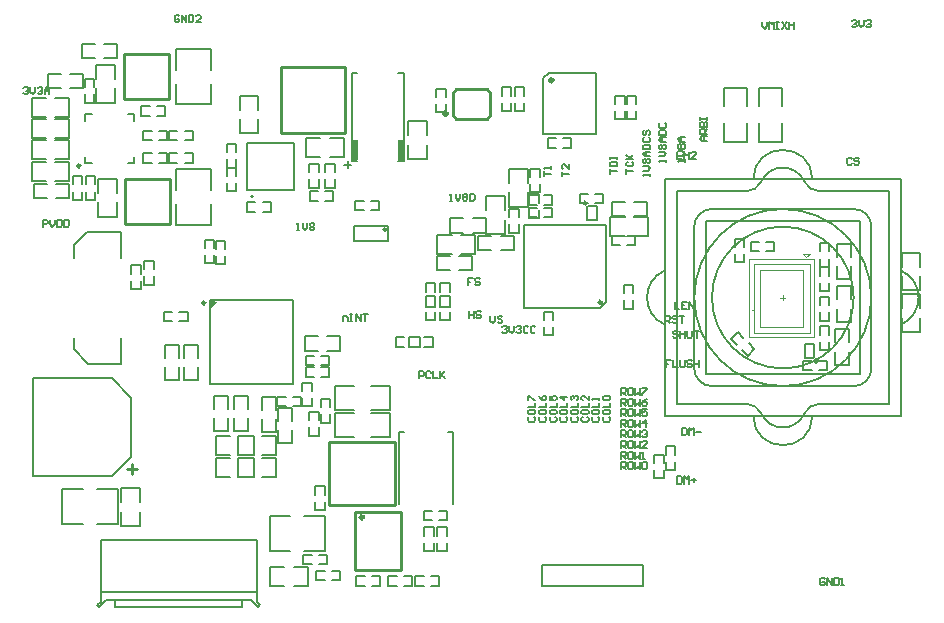
<source format=gto>
G04*
G04 #@! TF.GenerationSoftware,Altium Limited,Altium Designer,18.1.6 (161)*
G04*
G04 Layer_Color=65535*
%FSLAX44Y44*%
%MOMM*%
G71*
G01*
G75*
%ADD10C,0.2500*%
%ADD11C,0.3000*%
%ADD12C,0.2000*%
%ADD13C,0.2540*%
%ADD14C,0.1500*%
%ADD15C,0.1524*%
%ADD16C,0.0500*%
%ADD17R,0.5000X1.8000*%
%ADD18R,0.5000X1.7500*%
G36*
X165000Y247500D02*
X166000Y241500D01*
X171000Y246500D01*
X165000Y247500D01*
D02*
G37*
D10*
X161000Y245500D02*
G03*
X161000Y245500I-1250J0D01*
G01*
X679450Y196100D02*
G03*
X679450Y196100I-1250J0D01*
G01*
X55250Y361500D02*
G03*
X55250Y361500I-1250J0D01*
G01*
X483967Y329971D02*
G03*
X483967Y329971I-1250J0D01*
G01*
X95000Y105000D02*
X103000D01*
X99000Y101000D02*
Y109000D01*
D11*
X496500Y246000D02*
G03*
X496500Y246000I-1000J0D01*
G01*
X455500Y434000D02*
G03*
X455500Y434000I-1500J0D01*
G01*
X366000Y405626D02*
G03*
X366000Y405626I-1500J0D01*
G01*
X295000Y64000D02*
G03*
X295000Y64000I-1500J0D01*
G01*
D12*
X201500Y335500D02*
G03*
X201500Y335500I-1000J0D01*
G01*
X625050Y239076D02*
G03*
X625050Y239076I-78J0D01*
G01*
X590000Y325000D02*
G03*
X575000Y310000I0J-15000D01*
G01*
X725000D02*
G03*
X710000Y325000I-15000J-0D01*
G01*
Y175000D02*
G03*
X725000Y190000I-0J15000D01*
G01*
X575000D02*
G03*
X590000Y175000I15000J0D01*
G01*
X619000Y340000D02*
G03*
X631688Y348083I-0J14000D01*
G01*
X668312D02*
G03*
X681000Y340000I12688J5917D01*
G01*
X668126Y348452D02*
G03*
X631874Y348452I-18126J-8452D01*
G01*
Y151548D02*
G03*
X668126Y151548I18126J8452D01*
G01*
X631688Y151917D02*
G03*
X619000Y160000I-12688J-5917D01*
G01*
X681000D02*
G03*
X668312Y151917I0J-14000D01*
G01*
X725000Y250000D02*
G03*
X725000Y250000I-75000J0D01*
G01*
X710000D02*
G03*
X710000Y250000I-60000J0D01*
G01*
X750153Y227155D02*
G03*
X750153Y272845I-10153J22845D01*
G01*
X549846Y272845D02*
G03*
X549847Y227155I10153J-22845D01*
G01*
X675000Y350000D02*
G03*
X625000Y350000I-25000J0D01*
G01*
Y150000D02*
G03*
X675000Y150000I25000J0D01*
G01*
X165000Y177000D02*
Y247500D01*
X235000Y177000D02*
Y247500D01*
X165000D02*
X235000D01*
X165000Y177000D02*
X235000D01*
X430500Y241000D02*
Y311000D01*
X500500D01*
Y246000D02*
Y311000D01*
X495500Y241000D02*
X500500Y246000D01*
X430500Y241000D02*
X495500D01*
X451680Y440250D02*
X491650D01*
Y388250D02*
Y440250D01*
X447350Y388250D02*
X491650D01*
X447350D02*
Y435920D01*
X451680Y440250D01*
X196000Y341000D02*
X236000D01*
Y381000D01*
X196000D02*
X236000D01*
X196000Y341000D02*
Y381000D01*
X95250Y363500D02*
X101000D01*
Y369250D01*
Y399750D02*
Y405500D01*
X95250D02*
X101000D01*
X59000D02*
X64750D01*
X59000Y399750D02*
Y405500D01*
Y363500D02*
Y369250D01*
Y363500D02*
X64750D01*
X278500Y362500D02*
X284500Y362500D01*
X281500Y359500D02*
Y365500D01*
X285000Y440000D02*
X289500D01*
X324500D02*
X329000D01*
X285000Y366000D02*
X289500D01*
X324500D02*
X329000D01*
X285000D02*
Y440000D01*
X329000Y366000D02*
Y440000D01*
X82000Y181500D02*
X98500Y165000D01*
X15500Y181500D02*
X82000D01*
X98500Y115000D02*
Y165000D01*
X82000Y98500D02*
X98500Y115000D01*
X15500Y98500D02*
X82000D01*
X15500D02*
Y181500D01*
X446500Y5750D02*
Y23500D01*
X531250D01*
Y5750D02*
Y23500D01*
X446500Y5750D02*
X531250D01*
X316070Y297584D02*
Y310583D01*
X287070Y297584D02*
Y310583D01*
X316070D01*
X287070Y297584D02*
X316070D01*
X204500Y-7500D02*
X207500Y-10500D01*
X206000Y-12000D02*
X207500Y-10500D01*
X200000Y-6000D02*
X206000Y-12000D01*
X71000D02*
X77000Y-6000D01*
X69500Y-10500D02*
X71000Y-12000D01*
X69500Y-10500D02*
X72500Y-7500D01*
X85000Y-12000D02*
Y-6000D01*
X192000Y-12000D02*
Y-6000D01*
X85000Y-12000D02*
X192000D01*
X72500Y-7500D02*
Y45000D01*
X204500Y-7500D02*
Y45000D01*
X77000Y-6000D02*
X200000D01*
X72500Y1000D02*
X204500D01*
X72500Y45000D02*
X204500D01*
X90000Y283875D02*
Y305875D01*
X61000D02*
X90000D01*
X50000Y283875D02*
Y294875D01*
X61000Y305875D01*
X50000Y206125D02*
X62000Y194125D01*
X50000Y206125D02*
Y216125D01*
X62000Y194125D02*
X90000D01*
Y216125D01*
X590000Y325000D02*
X710000D01*
X725000Y190000D02*
Y310000D01*
X590000Y175000D02*
X710000D01*
X575000Y190000D02*
Y310000D01*
X560000Y340000D02*
X619000D01*
X681000D02*
X740000D01*
X560000Y160000D02*
Y340000D01*
Y160000D02*
X619000D01*
X740000D02*
Y340000D01*
X681000Y160000D02*
X740000D01*
X585000Y185000D02*
Y315000D01*
X715000Y185000D02*
Y315000D01*
X585000D02*
X715000D01*
X585000Y185000D02*
X715000D01*
X550000Y350000D02*
X750000D01*
Y150000D02*
Y350000D01*
X550000Y150000D02*
X750000D01*
X550000D02*
Y350000D01*
D13*
X314070Y307584D02*
G03*
X314070Y307584I-1000J0D01*
G01*
X131000Y312000D02*
Y350000D01*
X93000Y312000D02*
X131000D01*
X93000D02*
Y350000D01*
X131000D01*
X225000Y389000D02*
Y445000D01*
Y389000D02*
X279000D01*
Y445000D01*
X225000D02*
X279000D01*
X92000Y456000D02*
X130000D01*
X92000Y418000D02*
Y456000D01*
Y418000D02*
X130000D01*
Y456000D01*
X370500Y404376D02*
Y423376D01*
X373500Y426376D01*
X399500D01*
X402500Y423376D01*
Y404376D02*
Y423376D01*
X373500Y401376D02*
X399500D01*
X370500Y404376D02*
X373500Y401376D01*
X399500D02*
X402500Y404376D01*
X266000Y74000D02*
Y128000D01*
X322000D01*
Y74000D02*
Y128000D01*
X266000Y74000D02*
X322000D01*
X287500Y68500D02*
X326500D01*
Y19500D02*
Y68500D01*
X287500Y19500D02*
X326500D01*
X287500D02*
Y68500D01*
D14*
X346500Y208500D02*
X353500D01*
X333500D02*
X340500D01*
X346500Y216500D02*
X353500D01*
X333500D02*
X340500D01*
X353500Y208500D02*
Y216500D01*
X333500Y208500D02*
Y216500D01*
X335500Y208500D02*
X342500D01*
X322500D02*
X329500D01*
X335500Y216500D02*
X342500D01*
X322500D02*
X329500D01*
X342500Y208500D02*
Y216500D01*
X322500Y208500D02*
Y216500D01*
X86500Y452500D02*
Y464500D01*
X56500Y452500D02*
Y464500D01*
X75500Y452500D02*
X86500D01*
X56500D02*
X67500D01*
X75500Y464500D02*
X86500D01*
X56500D02*
X67500D01*
X27500Y427000D02*
Y439000D01*
X57500Y427000D02*
Y439000D01*
X27500D02*
X38500D01*
X46500D02*
X57500D01*
X27500Y427000D02*
X38500D01*
X46500D02*
X57500D01*
X695500Y295500D02*
X707500D01*
X695500Y265500D02*
X707500D01*
Y284500D02*
Y295500D01*
Y265500D02*
Y276500D01*
X695500Y284500D02*
Y295500D01*
Y265500D02*
Y276500D01*
X696000Y229500D02*
X708000D01*
X696000Y259500D02*
X708000D01*
X696000Y229500D02*
Y240500D01*
Y248500D02*
Y259500D01*
X708000Y229500D02*
Y240500D01*
Y248500D02*
Y259500D01*
X418000Y359000D02*
X434000D01*
X418000Y327000D02*
X434000D01*
Y347000D02*
Y359000D01*
Y327000D02*
Y339000D01*
X418000Y347000D02*
Y359000D01*
Y327000D02*
Y339000D01*
X143000Y210000D02*
X155000D01*
X143000Y180000D02*
X155000D01*
Y199000D02*
Y210000D01*
Y180000D02*
Y191000D01*
X143000Y199000D02*
Y210000D01*
Y180000D02*
Y191000D01*
X127000Y210000D02*
X139000D01*
X127000Y180000D02*
X139000D01*
Y199000D02*
Y210000D01*
Y180000D02*
Y191000D01*
X127000Y199000D02*
Y210000D01*
Y180000D02*
Y191000D01*
X235000Y158000D02*
X242000D01*
X222000D02*
X229000D01*
X235000Y166000D02*
X242000D01*
X222000D02*
X229000D01*
X242000Y158000D02*
Y166000D01*
X222000Y158000D02*
Y166000D01*
X168500Y292000D02*
Y299000D01*
Y279000D02*
Y286000D01*
X160500Y292000D02*
Y299000D01*
Y279000D02*
Y286000D01*
Y299000D02*
X168500D01*
X160500Y279000D02*
X168500D01*
X202000Y98000D02*
Y114000D01*
X170000Y98000D02*
Y114000D01*
X190000Y98000D02*
X202000D01*
X170000D02*
X182000D01*
X190000Y114000D02*
X202000D01*
X170000D02*
X182000D01*
X202000Y117000D02*
Y133000D01*
X170000Y117000D02*
Y133000D01*
X190000Y117000D02*
X202000D01*
X170000D02*
X182000D01*
X190000Y133000D02*
X202000D01*
X170000D02*
X182000D01*
X221000Y117000D02*
Y133000D01*
X189000Y117000D02*
Y133000D01*
X209000Y117000D02*
X221000D01*
X189000D02*
X201000D01*
X209000Y133000D02*
X221000D01*
X189000D02*
X201000D01*
X221000Y98000D02*
Y114000D01*
X189000Y98000D02*
Y114000D01*
X209000Y98000D02*
X221000D01*
X189000D02*
X201000D01*
X209000Y114000D02*
X221000D01*
X189000D02*
X201000D01*
X259000Y144000D02*
X267000D01*
X259000Y164000D02*
X267000D01*
X259000Y144000D02*
Y151000D01*
Y157000D02*
Y164000D01*
X267000Y144000D02*
Y151000D01*
Y157000D02*
Y164000D01*
X126000Y238000D02*
X133000D01*
X139000D02*
X146000D01*
X126000Y230000D02*
X133000D01*
X139000D02*
X146000D01*
X126000D02*
Y238000D01*
X146000Y230000D02*
Y238000D01*
X185000Y167000D02*
X197000D01*
X185000Y137000D02*
X197000D01*
Y156000D02*
Y167000D01*
Y137000D02*
Y148000D01*
X185000Y156000D02*
Y167000D01*
Y137000D02*
Y148000D01*
X248000Y5500D02*
Y21500D01*
X216000Y5500D02*
Y21500D01*
X236000Y5500D02*
X248000D01*
X216000D02*
X228000D01*
X236000Y21500D02*
X248000D01*
X216000D02*
X228000D01*
X301000Y132000D02*
X317000D01*
X271000D02*
X287000D01*
X301000Y152000D02*
X317000D01*
X271000D02*
X287000D01*
X317000Y132000D02*
Y152000D01*
X271000Y132000D02*
Y152000D01*
X301000Y155000D02*
X317000D01*
X271000D02*
X287000D01*
X301000Y175000D02*
X317000D01*
X271000D02*
X287000D01*
X317000Y155000D02*
Y175000D01*
X271000Y155000D02*
Y175000D01*
X90000Y56500D02*
X106000D01*
X90000Y88500D02*
X106000D01*
X90000Y56500D02*
Y68500D01*
Y76500D02*
Y88500D01*
X106000Y56500D02*
Y68500D01*
Y76500D02*
Y88500D01*
X423000Y408000D02*
Y415000D01*
Y421000D02*
Y428000D01*
X431000Y408000D02*
Y415000D01*
Y421000D02*
Y428000D01*
X423000Y408000D02*
X431000D01*
X423000Y428000D02*
X431000D01*
X98500Y257250D02*
Y264250D01*
Y270250D02*
Y277250D01*
X106500Y257250D02*
Y264250D01*
Y270250D02*
Y277250D01*
X98500Y257250D02*
X106500D01*
X98500Y277250D02*
X106500D01*
X464000Y377000D02*
X471000D01*
X451000D02*
X458000D01*
X464000Y385000D02*
X471000D01*
X451000D02*
X458000D01*
X471000Y377000D02*
Y385000D01*
X451000Y377000D02*
Y385000D01*
X675500Y198500D02*
X676500Y199500D01*
Y210500D01*
X668500Y198500D02*
Y210500D01*
X676500D01*
X668500Y198500D02*
X675500D01*
X136000Y311500D02*
X165500D01*
Y329000D01*
X135990D02*
X136000Y311500D01*
X165500Y358500D02*
X165510Y341000D01*
X136000D02*
Y358500D01*
X165500D01*
X136500Y460500D02*
X166000D01*
X136500Y443000D02*
Y460500D01*
X166000D02*
X166010Y443000D01*
X136490Y431000D02*
X136500Y413500D01*
X166000D02*
Y431000D01*
X136500Y413500D02*
X166000D01*
X435000Y328500D02*
Y336500D01*
X455000Y328500D02*
Y336500D01*
X435000D02*
X442000D01*
X448000D02*
X455000D01*
X435000Y328500D02*
X442000D01*
X448000D02*
X455000D01*
X368500Y317000D02*
X379500D01*
X387500D02*
X398500D01*
X368500Y305000D02*
X379500D01*
X387500D02*
X398500D01*
X368500D02*
Y317000D01*
X398500Y305000D02*
Y317000D01*
X392000Y302000D02*
X403000D01*
X411000D02*
X422000D01*
X392000Y290000D02*
X403000D01*
X411000D02*
X422000D01*
X392000D02*
Y302000D01*
X422000Y290000D02*
Y302000D01*
X418000Y327000D02*
X434000D01*
X418000Y359000D02*
X434000D01*
X418000Y327000D02*
Y339000D01*
Y347000D02*
Y359000D01*
X434000Y327000D02*
Y339000D01*
Y347000D02*
Y359000D01*
X418500Y305000D02*
X426500D01*
X418500Y325000D02*
X426500D01*
X418500Y305000D02*
Y312000D01*
Y318000D02*
Y325000D01*
X426500Y305000D02*
Y312000D01*
Y318000D02*
Y325000D01*
X398500Y304000D02*
X414500D01*
X398500Y336000D02*
X414500D01*
X398500Y304000D02*
Y316000D01*
Y324000D02*
Y336000D01*
X414500Y304000D02*
Y316000D01*
Y324000D02*
Y336000D01*
X524000Y319000D02*
X535000D01*
X505000D02*
X516000D01*
X524000Y331000D02*
X535000D01*
X505000D02*
X516000D01*
X535000Y319000D02*
Y331000D01*
X505000Y319000D02*
Y331000D01*
X600000Y381750D02*
X620000D01*
X600000Y427750D02*
X620000D01*
X600000Y381750D02*
Y397750D01*
Y411750D02*
Y427750D01*
X620000Y381750D02*
Y397750D01*
Y411750D02*
Y427750D01*
X551000Y104000D02*
X559000D01*
X551000Y124000D02*
X559000D01*
X551000Y104000D02*
Y111000D01*
Y117000D02*
Y124000D01*
X559000Y104000D02*
Y111000D01*
Y117000D02*
Y124000D01*
X541000Y97000D02*
X549000D01*
X541000Y117000D02*
X549000D01*
X541000Y97000D02*
Y104000D01*
Y110000D02*
Y117000D01*
X549000Y97000D02*
Y104000D01*
Y110000D02*
Y117000D01*
X70500Y350500D02*
X86500D01*
X70500Y318500D02*
X86500D01*
Y338500D02*
Y350500D01*
Y318500D02*
Y330500D01*
X70500Y338500D02*
Y350500D01*
Y318500D02*
Y330500D01*
X128500Y364000D02*
Y372000D01*
X108500Y364000D02*
Y372000D01*
X121500Y364000D02*
X128500D01*
X108500D02*
X115500D01*
X121500Y372000D02*
X128500D01*
X108500D02*
X115500D01*
X150500Y364000D02*
Y372000D01*
X130500Y364000D02*
Y372000D01*
X143500Y364000D02*
X150500D01*
X130500D02*
X137500D01*
X143500Y372000D02*
X150500D01*
X130500D02*
X137500D01*
X150500Y383000D02*
Y391000D01*
X130500Y383000D02*
Y391000D01*
X143500Y383000D02*
X150500D01*
X130500D02*
X137500D01*
X143500Y391000D02*
X150500D01*
X130500D02*
X137500D01*
X68500Y415000D02*
X84500D01*
X68500Y447000D02*
X84500D01*
X68500Y415000D02*
Y427000D01*
Y435000D02*
Y447000D01*
X84500Y415000D02*
Y427000D01*
Y435000D02*
Y447000D01*
X14000Y401000D02*
X26000D01*
X34000D02*
X46000D01*
X14000Y385000D02*
X26000D01*
X34000D02*
X46000D01*
X14000D02*
Y401000D01*
X46000Y385000D02*
Y401000D01*
X190000Y389000D02*
X206000D01*
X190000Y421000D02*
X206000D01*
X190000Y389000D02*
Y401000D01*
Y409000D02*
Y421000D01*
X206000Y389000D02*
Y401000D01*
Y409000D02*
Y421000D01*
X750500Y253000D02*
X766500D01*
X750500Y221000D02*
X766500D01*
Y241000D02*
Y253000D01*
Y221000D02*
Y233000D01*
X750500Y241000D02*
Y253000D01*
Y221000D02*
Y233000D01*
X504000Y302500D02*
Y318500D01*
X536000Y302500D02*
Y318500D01*
X504000D02*
X516000D01*
X524000D02*
X536000D01*
X504000Y302500D02*
X516000D01*
X524000D02*
X536000D01*
X46000Y403000D02*
Y419000D01*
X14000Y403000D02*
Y419000D01*
X34000Y403000D02*
X46000D01*
X14000D02*
X26000D01*
X34000Y419000D02*
X46000D01*
X14000D02*
X26000D01*
X635709Y289000D02*
X642709D01*
X622709D02*
X629709D01*
X635709Y297000D02*
X642709D01*
X622709D02*
X629709D01*
X642709Y289000D02*
Y297000D01*
X622709Y289000D02*
Y297000D01*
X629500Y381750D02*
X649500D01*
X629500Y427750D02*
X649500D01*
X629500Y381750D02*
Y397750D01*
Y411750D02*
Y427750D01*
X649500Y381750D02*
Y397750D01*
Y411750D02*
Y427750D01*
X681250Y230500D02*
Y237500D01*
Y243500D02*
Y250500D01*
X689250Y230500D02*
Y237500D01*
Y243500D02*
Y250500D01*
X681250Y230500D02*
X689250D01*
X681250Y250500D02*
X689250D01*
X681250Y255500D02*
X689250D01*
X681250Y275500D02*
X689250D01*
X681250Y255500D02*
Y262500D01*
Y268500D02*
Y275500D01*
X689250Y255500D02*
Y262500D01*
Y268500D02*
Y275500D01*
X491000Y330000D02*
X498000D01*
X478000D02*
X485000D01*
X491000Y338000D02*
X498000D01*
X478000D02*
X485000D01*
X498000Y330000D02*
Y338000D01*
X478000Y330000D02*
Y338000D01*
X667500Y196500D02*
X674500D01*
X680500D02*
X687500D01*
X667500Y188500D02*
X674500D01*
X680500D02*
X687500D01*
X667500D02*
Y196500D01*
X687500Y188500D02*
Y196500D01*
X617515Y292870D02*
Y299870D01*
Y279870D02*
Y286870D01*
X609515Y292870D02*
Y299870D01*
Y279870D02*
Y286870D01*
Y299870D02*
X617515D01*
X609515Y279870D02*
X617515D01*
X14000Y383000D02*
X26000D01*
X34000D02*
X46000D01*
X14000Y367000D02*
X26000D01*
X34000D02*
X46000D01*
X14000D02*
Y383000D01*
X46000Y367000D02*
Y383000D01*
X187000Y353000D02*
Y360000D01*
Y340000D02*
Y347000D01*
X179000Y353000D02*
Y360000D01*
Y340000D02*
Y347000D01*
Y360000D02*
X187000D01*
X179000Y340000D02*
X187000D01*
X689250Y289000D02*
Y296000D01*
Y276000D02*
Y283000D01*
X681250Y289000D02*
Y296000D01*
Y276000D02*
Y283000D01*
Y296000D02*
X689250D01*
X681250Y276000D02*
X689250D01*
X448000Y318000D02*
X455000D01*
X435000D02*
X442000D01*
X448000Y326000D02*
X455000D01*
X435000D02*
X442000D01*
X455000Y318000D02*
Y326000D01*
X435000Y318000D02*
Y326000D01*
X518000Y294250D02*
X525000D01*
X505000D02*
X512000D01*
X518000Y302250D02*
X525000D01*
X505000D02*
X512000D01*
X525000Y294250D02*
Y302250D01*
X505000Y294250D02*
Y302250D01*
X67000Y428000D02*
Y435000D01*
Y415000D02*
Y422000D01*
X59000Y428000D02*
Y435000D01*
Y415000D02*
Y422000D01*
Y435000D02*
X67000D01*
X59000Y415000D02*
X67000D01*
X750500Y256000D02*
X766500D01*
X750500Y288000D02*
X766500D01*
X750500Y256000D02*
Y268000D01*
Y276000D02*
Y288000D01*
X766500Y256000D02*
Y268000D01*
Y276000D02*
Y288000D01*
X484417Y326571D02*
X485417Y327570D01*
X484417Y315571D02*
Y326571D01*
X492417Y315571D02*
Y327570D01*
X484417Y315571D02*
X492417D01*
X485417Y327570D02*
X492417D01*
X681250Y205500D02*
Y212500D01*
Y218500D02*
Y225500D01*
X689250Y205500D02*
Y212500D01*
Y218500D02*
Y225500D01*
X681250Y205500D02*
X689250D01*
X681250Y225500D02*
X689250D01*
X278500Y369000D02*
Y385000D01*
X246500Y369000D02*
Y385000D01*
X266500Y369000D02*
X278500D01*
X246500D02*
X258500D01*
X266500Y385000D02*
X278500D01*
X246500D02*
X258500D01*
X455500Y231000D02*
Y238000D01*
Y218000D02*
Y225000D01*
X447500Y231000D02*
Y238000D01*
Y218000D02*
Y225000D01*
Y238000D02*
X455500D01*
X447500Y218000D02*
X455500D01*
X179000Y360000D02*
Y367000D01*
Y373000D02*
Y380000D01*
X187000Y360000D02*
Y367000D01*
Y373000D02*
Y380000D01*
X179000Y360000D02*
X187000D01*
X179000Y380000D02*
X187000D01*
X196500Y330750D02*
X203500D01*
X209500D02*
X216500D01*
X196500Y322750D02*
X203500D01*
X209500D02*
X216500D01*
X196500D02*
Y330750D01*
X216500Y322750D02*
Y330750D01*
X121500Y383000D02*
X128500D01*
X108500D02*
X115500D01*
X121500Y391000D02*
X128500D01*
X108500D02*
X115500D01*
X128500Y383000D02*
Y391000D01*
X108500Y383000D02*
Y391000D01*
X515500Y240500D02*
Y247500D01*
Y253500D02*
Y260500D01*
X523500Y240500D02*
Y247500D01*
Y253500D02*
Y260500D01*
X515500Y240500D02*
X523500D01*
X515500Y260500D02*
X523500D01*
X120000Y404000D02*
X127000D01*
X107000D02*
X114000D01*
X120000Y412000D02*
X127000D01*
X107000D02*
X114000D01*
X127000Y404000D02*
Y412000D01*
X107000Y404000D02*
Y412000D01*
X46000Y349000D02*
Y365000D01*
X14000Y349000D02*
Y365000D01*
X34000Y349000D02*
X46000D01*
X14000D02*
X26000D01*
X34000Y365000D02*
X46000D01*
X14000D02*
X26000D01*
X57000Y345750D02*
Y352750D01*
Y332750D02*
Y339750D01*
X49000Y345750D02*
Y352750D01*
Y332750D02*
Y339750D01*
Y352750D02*
X57000D01*
X49000Y332750D02*
X57000D01*
X68000Y345750D02*
Y352750D01*
Y332750D02*
Y339750D01*
X60000Y345750D02*
Y352750D01*
Y332750D02*
Y339750D01*
Y352750D02*
X68000D01*
X60000Y332750D02*
X68000D01*
X364500Y419876D02*
Y426876D01*
Y406876D02*
Y413876D01*
X356500Y419876D02*
Y426876D01*
Y406876D02*
Y413876D01*
Y426876D02*
X364500D01*
X356500Y406876D02*
X364500D01*
X412000Y408000D02*
Y415000D01*
Y421000D02*
Y428000D01*
X420000Y408000D02*
Y415000D01*
Y421000D02*
Y428000D01*
X412000Y408000D02*
X420000D01*
X412000Y428000D02*
X420000D01*
X526000Y414000D02*
Y421000D01*
Y401000D02*
Y408000D01*
X518000Y414000D02*
Y421000D01*
Y401000D02*
Y408000D01*
Y421000D02*
X526000D01*
X518000Y401000D02*
X526000D01*
X357500Y287000D02*
Y303000D01*
X389500Y287000D02*
Y303000D01*
X357500D02*
X369500D01*
X377500D02*
X389500D01*
X357500Y287000D02*
X369500D01*
X377500D02*
X389500D01*
X168000Y167000D02*
X180000D01*
X168000Y137000D02*
X180000D01*
Y156000D02*
Y167000D01*
Y137000D02*
Y148000D01*
X168000Y156000D02*
Y167000D01*
Y137000D02*
Y148000D01*
X339000Y14000D02*
X346000D01*
X352000D02*
X359000D01*
X339000Y6000D02*
X346000D01*
X352000D02*
X359000D01*
X339000D02*
Y14000D01*
X359000Y6000D02*
Y14000D01*
X302000Y6000D02*
X309000D01*
X289000D02*
X296000D01*
X302000Y14000D02*
X309000D01*
X289000D02*
X296000D01*
X309000Y6000D02*
Y14000D01*
X289000Y6000D02*
Y14000D01*
X244000Y24000D02*
Y32000D01*
X264000Y24000D02*
Y32000D01*
X244000D02*
X251000D01*
X257000D02*
X264000D01*
X244000Y24000D02*
X251000D01*
X257000D02*
X264000D01*
X357500Y35500D02*
Y42500D01*
Y48500D02*
Y55500D01*
X365500Y35500D02*
Y42500D01*
Y48500D02*
Y55500D01*
X357500Y35500D02*
X365500D01*
X357500Y55500D02*
X365500D01*
X40000Y58500D02*
Y88000D01*
Y58500D02*
X57500D01*
X40000Y88000D02*
X57500Y88010D01*
X69500Y58490D02*
X87000Y58500D01*
X69500Y88000D02*
X87000D01*
Y58500D02*
Y88000D01*
X215500Y35500D02*
Y65000D01*
Y35500D02*
X233000D01*
X215500Y65000D02*
X233000Y65010D01*
X245000Y35490D02*
X262500Y35500D01*
X245000Y65000D02*
X262500D01*
Y35500D02*
Y65000D01*
X178000Y291000D02*
Y298000D01*
Y278000D02*
Y285000D01*
X170000Y291000D02*
Y298000D01*
Y278000D02*
Y285000D01*
Y298000D02*
X178000D01*
X170000Y278000D02*
X178000D01*
X255000Y18500D02*
X262000D01*
X268000D02*
X275000D01*
X255000Y10500D02*
X262000D01*
X268000D02*
X275000D01*
X255000D02*
Y18500D01*
X275000Y10500D02*
Y18500D01*
X329000Y6000D02*
X336000D01*
X316000D02*
X323000D01*
X329000Y14000D02*
X336000D01*
X316000D02*
X323000D01*
X336000Y6000D02*
Y14000D01*
X316000Y6000D02*
Y14000D01*
X257000Y146000D02*
Y153000D01*
Y133000D02*
Y140000D01*
X249000Y146000D02*
Y153000D01*
Y133000D02*
Y140000D01*
Y153000D02*
X257000D01*
X249000Y133000D02*
X257000D01*
X254000Y70000D02*
Y77000D01*
Y83000D02*
Y90000D01*
X262000Y70000D02*
Y77000D01*
Y83000D02*
Y90000D01*
X254000Y70000D02*
X262000D01*
X254000Y90000D02*
X262000D01*
X109500Y261000D02*
Y268000D01*
Y274000D02*
Y281000D01*
X117500Y261000D02*
Y268000D01*
Y274000D02*
Y281000D01*
X109500Y261000D02*
X117500D01*
X109500Y281000D02*
X117500D01*
X516000Y414000D02*
Y421000D01*
Y401000D02*
Y408000D01*
X508000Y414000D02*
Y421000D01*
Y401000D02*
Y408000D01*
Y421000D02*
X516000D01*
X508000Y401000D02*
X516000D01*
X259000Y192500D02*
X266000D01*
X246000D02*
X253000D01*
X259000Y200500D02*
X266000D01*
X246000D02*
X253000D01*
X266000Y192500D02*
Y200500D01*
X246000Y192500D02*
Y200500D01*
X259000Y183000D02*
X266000D01*
X246000D02*
X253000D01*
X259000Y191000D02*
X266000D01*
X246000D02*
X253000D01*
X266000Y183000D02*
Y191000D01*
X246000Y183000D02*
Y191000D01*
X354500Y48500D02*
Y55500D01*
Y35500D02*
Y42500D01*
X346500Y48500D02*
Y55500D01*
Y35500D02*
Y42500D01*
Y55500D02*
X354500D01*
X346500Y35500D02*
X354500D01*
X346000Y69500D02*
X353000D01*
X359000D02*
X366000D01*
X346000Y61500D02*
X353000D01*
X359000D02*
X366000D01*
X346000D02*
Y69500D01*
X366000Y61500D02*
Y69500D01*
X262500Y363000D02*
X270500D01*
X262500Y343000D02*
X270500D01*
Y356000D02*
Y363000D01*
Y343000D02*
Y350000D01*
X262500Y356000D02*
Y363000D01*
Y343000D02*
Y350000D01*
X249000Y343000D02*
X257000D01*
X249000Y363000D02*
X257000D01*
X249000Y343000D02*
Y350000D01*
Y356000D02*
Y363000D01*
X257000Y343000D02*
Y350000D01*
Y356000D02*
Y363000D01*
X269500Y332000D02*
Y340000D01*
X249500Y332000D02*
Y340000D01*
X262500Y332000D02*
X269500D01*
X249500D02*
X256500D01*
X262500Y340000D02*
X269500D01*
X249500D02*
X256500D01*
X288000Y324000D02*
Y332000D01*
X308000Y324000D02*
Y332000D01*
X288000D02*
X295000D01*
X301000D02*
X308000D01*
X288000Y324000D02*
X295000D01*
X301000D02*
X308000D01*
X360000Y231000D02*
X368000D01*
X360000Y251000D02*
X368000D01*
X360000Y231000D02*
Y238000D01*
Y244000D02*
Y251000D01*
X368000Y231000D02*
Y238000D01*
Y244000D02*
Y251000D01*
X347500Y231000D02*
X355500D01*
X347500Y251000D02*
X355500D01*
X347500Y231000D02*
Y238000D01*
Y244000D02*
Y251000D01*
X355500Y231000D02*
Y238000D01*
Y244000D02*
Y251000D01*
X360000Y262000D02*
X368000D01*
X360000Y242000D02*
X368000D01*
Y255000D02*
Y262000D01*
Y242000D02*
Y249000D01*
X360000Y255000D02*
Y262000D01*
Y242000D02*
Y249000D01*
X347500Y262000D02*
X355500D01*
X347500Y242000D02*
X355500D01*
Y255000D02*
Y262000D01*
Y242000D02*
Y249000D01*
X347500Y255000D02*
Y262000D01*
Y242000D02*
Y249000D01*
X222500Y126500D02*
X234500D01*
X222500Y156500D02*
X234500D01*
X222500Y126500D02*
Y137500D01*
Y145500D02*
Y156500D01*
X234500Y126500D02*
Y137500D01*
Y145500D02*
Y156500D01*
X435500Y317250D02*
Y324250D01*
Y330250D02*
Y337250D01*
X443500Y317250D02*
Y324250D01*
Y330250D02*
Y337250D01*
X435500Y317250D02*
X443500D01*
X435500Y337250D02*
X443500D01*
X444000Y352000D02*
Y359000D01*
Y339000D02*
Y346000D01*
X436000Y352000D02*
Y359000D01*
Y339000D02*
Y346000D01*
Y359000D02*
X444000D01*
X436000Y339000D02*
X444000D01*
X251000Y171000D02*
Y178000D01*
Y158000D02*
Y165000D01*
X243000Y171000D02*
Y178000D01*
Y158000D02*
Y165000D01*
Y178000D02*
X251000D01*
X243000Y158000D02*
X251000D01*
X209000Y166000D02*
X221000D01*
X209000Y136000D02*
X221000D01*
Y155000D02*
Y166000D01*
Y136000D02*
Y147000D01*
X209000Y155000D02*
Y166000D01*
Y136000D02*
Y147000D01*
X245500Y205000D02*
Y217000D01*
X275500Y205000D02*
Y217000D01*
X245500D02*
X256500D01*
X264500D02*
X275500D01*
X245500Y205000D02*
X256500D01*
X264500D02*
X275500D01*
X387000Y273000D02*
Y285000D01*
X357000Y273000D02*
Y285000D01*
X376000Y273000D02*
X387000D01*
X357000D02*
X368000D01*
X376000Y285000D02*
X387000D01*
X357000D02*
X368000D01*
X620243Y200600D02*
X625900Y206257D01*
X606101Y214743D02*
X611757Y220399D01*
X615293Y205550D02*
X620243Y200600D01*
X606101Y214743D02*
X611050Y209793D01*
X620950Y211207D02*
X625900Y206257D01*
X611757Y220399D02*
X616707Y215450D01*
X332500Y367500D02*
X348500D01*
X332500Y399500D02*
X348500D01*
X332500Y367500D02*
Y379500D01*
Y387500D02*
Y399500D01*
X348500Y367500D02*
Y379500D01*
Y387500D02*
Y399500D01*
X693799Y223000D02*
X705799D01*
X693799Y193000D02*
X705799D01*
Y212000D02*
Y223000D01*
Y193000D02*
Y204000D01*
X693799Y212000D02*
Y223000D01*
Y193000D02*
Y204000D01*
X46000Y334000D02*
Y346000D01*
X16000Y334000D02*
Y346000D01*
X35000Y334000D02*
X46000D01*
X16000D02*
X27000D01*
X35000Y346000D02*
X46000D01*
X16000D02*
X27000D01*
X277500Y230000D02*
Y233999D01*
X280499D01*
X281499Y232999D01*
Y230000D01*
X283498Y235998D02*
X285497D01*
X284498D01*
Y230000D01*
X283498D01*
X285497D01*
X288496D02*
Y235998D01*
X292495Y230000D01*
Y235998D01*
X294494D02*
X298493D01*
X296494D01*
Y230000D01*
X503502Y355000D02*
Y358999D01*
Y356999D01*
X509500D01*
X503502Y360998D02*
X509500D01*
Y363997D01*
X508500Y364997D01*
X504502D01*
X503502Y363997D01*
Y360998D01*
Y366996D02*
Y368996D01*
Y367996D01*
X509500D01*
Y366996D01*
Y368996D01*
X517502Y355000D02*
Y358999D01*
Y356999D01*
X523500D01*
X518502Y364997D02*
X517502Y363997D01*
Y361998D01*
X518502Y360998D01*
X522500D01*
X523500Y361998D01*
Y363997D01*
X522500Y364997D01*
X517502Y366996D02*
X523500D01*
X521501D01*
X517502Y370995D01*
X520501Y367996D01*
X523500Y370995D01*
X586000Y382500D02*
X582001D01*
X580002Y384499D01*
X582001Y386499D01*
X586000D01*
X583001D01*
Y382500D01*
X586000Y388498D02*
X580002D01*
Y391497D01*
X581002Y392497D01*
X583001D01*
X584001Y391497D01*
Y388498D01*
Y390497D02*
X586000Y392497D01*
X580002Y394496D02*
X586000D01*
Y397495D01*
X585000Y398495D01*
X584001D01*
X583001Y397495D01*
Y394496D01*
Y397495D01*
X582001Y398495D01*
X581002D01*
X580002Y397495D01*
Y394496D01*
Y400494D02*
Y402494D01*
Y401494D01*
X586000D01*
Y400494D01*
Y402494D01*
X23500Y310000D02*
Y315998D01*
X26499D01*
X27499Y314998D01*
Y312999D01*
X26499Y311999D01*
X23500D01*
X29498Y315998D02*
Y311999D01*
X31497Y310000D01*
X33497Y311999D01*
Y315998D01*
X35496D02*
Y310000D01*
X38495D01*
X39495Y311000D01*
Y314998D01*
X38495Y315998D01*
X35496D01*
X41494D02*
Y310000D01*
X44493D01*
X45493Y311000D01*
Y314998D01*
X44493Y315998D01*
X41494D01*
X632500Y483498D02*
Y479499D01*
X634499Y477500D01*
X636499Y479499D01*
Y483498D01*
X638498Y477500D02*
Y483498D01*
X640497Y481499D01*
X642497Y483498D01*
Y477500D01*
X644496Y483498D02*
X646496D01*
X645496D01*
Y477500D01*
X644496D01*
X646496D01*
X649494Y483498D02*
X653493Y477500D01*
Y483498D02*
X649494Y477500D01*
X655492Y483498D02*
Y477500D01*
Y480499D01*
X659491D01*
Y483498D01*
Y477500D01*
X7000Y426998D02*
X8000Y427998D01*
X9999D01*
X10999Y426998D01*
Y425999D01*
X9999Y424999D01*
X8999D01*
X9999D01*
X10999Y423999D01*
Y423000D01*
X9999Y422000D01*
X8000D01*
X7000Y423000D01*
X12998Y427998D02*
Y423999D01*
X14997Y422000D01*
X16997Y423999D01*
Y427998D01*
X18996Y426998D02*
X19996Y427998D01*
X21995D01*
X22995Y426998D01*
Y425999D01*
X21995Y424999D01*
X20996D01*
X21995D01*
X22995Y423999D01*
Y423000D01*
X21995Y422000D01*
X19996D01*
X18996Y423000D01*
X24994Y422000D02*
Y425999D01*
X26994Y427998D01*
X28993Y425999D01*
Y422000D01*
Y424999D01*
X24994D01*
X238500Y307000D02*
X240499D01*
X239500D01*
Y312998D01*
X238500Y311998D01*
X243498Y312998D02*
Y308999D01*
X245498Y307000D01*
X247497Y308999D01*
Y312998D01*
X249496Y311998D02*
X250496Y312998D01*
X252495D01*
X253495Y311998D01*
Y310999D01*
X252495Y309999D01*
X253495Y308999D01*
Y308000D01*
X252495Y307000D01*
X250496D01*
X249496Y308000D01*
Y308999D01*
X250496Y309999D01*
X249496Y310999D01*
Y311998D01*
X250496Y309999D02*
X252495D01*
X138999Y487998D02*
X137999Y488998D01*
X136000D01*
X135000Y487998D01*
Y484000D01*
X136000Y483000D01*
X137999D01*
X138999Y484000D01*
Y485999D01*
X136999D01*
X140998Y483000D02*
Y488998D01*
X144997Y483000D01*
Y488998D01*
X146996D02*
Y483000D01*
X149995D01*
X150995Y484000D01*
Y487998D01*
X149995Y488998D01*
X146996D01*
X156993Y483000D02*
X152994D01*
X156993Y486999D01*
Y487998D01*
X155993Y488998D01*
X153994D01*
X152994Y487998D01*
X708500Y483998D02*
X709500Y484998D01*
X711499D01*
X712499Y483998D01*
Y482999D01*
X711499Y481999D01*
X710499D01*
X711499D01*
X712499Y480999D01*
Y480000D01*
X711499Y479000D01*
X709500D01*
X708500Y480000D01*
X714498Y484998D02*
Y480999D01*
X716497Y479000D01*
X718497Y480999D01*
Y484998D01*
X720496Y483998D02*
X721496Y484998D01*
X723495D01*
X724495Y483998D01*
Y482999D01*
X723495Y481999D01*
X722495D01*
X723495D01*
X724495Y480999D01*
Y480000D01*
X723495Y479000D01*
X721496D01*
X720496Y480000D01*
X537500Y352500D02*
Y354499D01*
Y353500D01*
X531502D01*
X532502Y352500D01*
X531502Y357498D02*
X535501D01*
X537500Y359498D01*
X535501Y361497D01*
X531502D01*
X532502Y363496D02*
X531502Y364496D01*
Y366496D01*
X532502Y367495D01*
X533501D01*
X534501Y366496D01*
X535501Y367495D01*
X536500D01*
X537500Y366496D01*
Y364496D01*
X536500Y363496D01*
X535501D01*
X534501Y364496D01*
X533501Y363496D01*
X532502D01*
X534501Y364496D02*
Y366496D01*
X537500Y369495D02*
X533501D01*
X531502Y371494D01*
X533501Y373493D01*
X537500D01*
X534501D01*
Y369495D01*
X531502Y375493D02*
X537500D01*
Y378492D01*
X536500Y379491D01*
X532502D01*
X531502Y378492D01*
Y375493D01*
X532502Y385489D02*
X531502Y384490D01*
Y382490D01*
X532502Y381491D01*
X536500D01*
X537500Y382490D01*
Y384490D01*
X536500Y385489D01*
X532502Y391487D02*
X531502Y390488D01*
Y388488D01*
X532502Y387489D01*
X533501D01*
X534501Y388488D01*
Y390488D01*
X535501Y391487D01*
X536500D01*
X537500Y390488D01*
Y388488D01*
X536500Y387489D01*
X551000Y364500D02*
Y366499D01*
Y365500D01*
X545002D01*
X546002Y364500D01*
X545002Y369498D02*
X549001D01*
X551000Y371498D01*
X549001Y373497D01*
X545002D01*
X546002Y375496D02*
X545002Y376496D01*
Y378495D01*
X546002Y379495D01*
X547001D01*
X548001Y378495D01*
X549001Y379495D01*
X550000D01*
X551000Y378495D01*
Y376496D01*
X550000Y375496D01*
X549001D01*
X548001Y376496D01*
X547001Y375496D01*
X546002D01*
X548001Y376496D02*
Y378495D01*
X551000Y381494D02*
X547001D01*
X545002Y383494D01*
X547001Y385493D01*
X551000D01*
X548001D01*
Y381494D01*
X545002Y387492D02*
X551000D01*
Y390492D01*
X550000Y391491D01*
X546002D01*
X545002Y390492D01*
Y387492D01*
X546002Y397489D02*
X545002Y396490D01*
Y394490D01*
X546002Y393491D01*
X550000D01*
X551000Y394490D01*
Y396490D01*
X550000Y397489D01*
X567000Y365000D02*
Y366999D01*
Y366000D01*
X561002D01*
X562002Y365000D01*
X561002Y369998D02*
X565001D01*
X567000Y371998D01*
X565001Y373997D01*
X561002D01*
X562002Y375996D02*
X561002Y376996D01*
Y378996D01*
X562002Y379995D01*
X563001D01*
X564001Y378996D01*
X565001Y379995D01*
X566000D01*
X567000Y378996D01*
Y376996D01*
X566000Y375996D01*
X565001D01*
X564001Y376996D01*
X563001Y375996D01*
X562002D01*
X564001Y376996D02*
Y378996D01*
X567000Y381995D02*
X563001D01*
X561002Y383994D01*
X563001Y385993D01*
X567000D01*
X564001D01*
Y381995D01*
X368000Y332000D02*
X369999D01*
X369000D01*
Y337998D01*
X368000Y336998D01*
X372998Y337998D02*
Y333999D01*
X374998Y332000D01*
X376997Y333999D01*
Y337998D01*
X378996Y336998D02*
X379996Y337998D01*
X381996D01*
X382995Y336998D01*
Y335999D01*
X381996Y334999D01*
X382995Y333999D01*
Y333000D01*
X381996Y332000D01*
X379996D01*
X378996Y333000D01*
Y333999D01*
X379996Y334999D01*
X378996Y335999D01*
Y336998D01*
X379996Y334999D02*
X381996D01*
X384995Y337998D02*
Y332000D01*
X387994D01*
X388993Y333000D01*
Y336998D01*
X387994Y337998D01*
X384995D01*
X412500Y224998D02*
X413500Y225998D01*
X415499D01*
X416499Y224998D01*
Y223999D01*
X415499Y222999D01*
X414499D01*
X415499D01*
X416499Y221999D01*
Y221000D01*
X415499Y220000D01*
X413500D01*
X412500Y221000D01*
X418498Y225998D02*
Y221999D01*
X420497Y220000D01*
X422497Y221999D01*
Y225998D01*
X424496Y224998D02*
X425496Y225998D01*
X427495D01*
X428495Y224998D01*
Y223999D01*
X427495Y222999D01*
X426496D01*
X427495D01*
X428495Y221999D01*
Y221000D01*
X427495Y220000D01*
X425496D01*
X424496Y221000D01*
X434493Y224998D02*
X433493Y225998D01*
X431494D01*
X430494Y224998D01*
Y221000D01*
X431494Y220000D01*
X433493D01*
X434493Y221000D01*
X440491Y224998D02*
X439491Y225998D01*
X437492D01*
X436492Y224998D01*
Y221000D01*
X437492Y220000D01*
X439491D01*
X440491Y221000D01*
X463002Y352692D02*
Y356691D01*
Y354692D01*
X469000D01*
Y362689D02*
Y358690D01*
X465001Y362689D01*
X464002D01*
X463002Y361689D01*
Y359690D01*
X464002Y358690D01*
X448002Y353000D02*
Y356999D01*
Y354999D01*
X454000D01*
Y358998D02*
Y360997D01*
Y359998D01*
X448002D01*
X449002Y358998D01*
X685499Y11498D02*
X684499Y12498D01*
X682500D01*
X681500Y11498D01*
Y7500D01*
X682500Y6500D01*
X684499D01*
X685499Y7500D01*
Y9499D01*
X683499D01*
X687498Y6500D02*
Y12498D01*
X691497Y6500D01*
Y12498D01*
X693496D02*
Y6500D01*
X696495D01*
X697495Y7500D01*
Y11498D01*
X696495Y12498D01*
X693496D01*
X699494Y6500D02*
X701494D01*
X700494D01*
Y12498D01*
X699494Y11498D01*
X387499Y266498D02*
X383500D01*
Y263499D01*
X385499D01*
X383500D01*
Y260500D01*
X393497Y265498D02*
X392497Y266498D01*
X390498D01*
X389498Y265498D01*
Y264499D01*
X390498Y263499D01*
X392497D01*
X393497Y262499D01*
Y261500D01*
X392497Y260500D01*
X390498D01*
X389498Y261500D01*
X498502Y148999D02*
X497502Y147999D01*
Y146000D01*
X498502Y145000D01*
X502500D01*
X503500Y146000D01*
Y147999D01*
X502500Y148999D01*
X497502Y153997D02*
Y151998D01*
X498502Y150998D01*
X502500D01*
X503500Y151998D01*
Y153997D01*
X502500Y154997D01*
X498502D01*
X497502Y153997D01*
Y156996D02*
X503500D01*
Y160995D01*
X498502Y162994D02*
X497502Y163994D01*
Y165993D01*
X498502Y166993D01*
X502500D01*
X503500Y165993D01*
Y163994D01*
X502500Y162994D01*
X498502D01*
X489502Y148999D02*
X488502Y147999D01*
Y146000D01*
X489502Y145000D01*
X493500D01*
X494500Y146000D01*
Y147999D01*
X493500Y148999D01*
X488502Y153997D02*
Y151998D01*
X489502Y150998D01*
X493500D01*
X494500Y151998D01*
Y153997D01*
X493500Y154997D01*
X489502D01*
X488502Y153997D01*
Y156996D02*
X494500D01*
Y160995D01*
Y162994D02*
Y164993D01*
Y163994D01*
X488502D01*
X489502Y162994D01*
X480502Y148999D02*
X479502Y147999D01*
Y146000D01*
X480502Y145000D01*
X484500D01*
X485500Y146000D01*
Y147999D01*
X484500Y148999D01*
X479502Y153997D02*
Y151998D01*
X480502Y150998D01*
X484500D01*
X485500Y151998D01*
Y153997D01*
X484500Y154997D01*
X480502D01*
X479502Y153997D01*
Y156996D02*
X485500D01*
Y160995D01*
Y166993D02*
Y162994D01*
X481501Y166993D01*
X480502D01*
X479502Y165993D01*
Y163994D01*
X480502Y162994D01*
X471502Y148999D02*
X470502Y147999D01*
Y146000D01*
X471502Y145000D01*
X475500D01*
X476500Y146000D01*
Y147999D01*
X475500Y148999D01*
X470502Y153997D02*
Y151998D01*
X471502Y150998D01*
X475500D01*
X476500Y151998D01*
Y153997D01*
X475500Y154997D01*
X471502D01*
X470502Y153997D01*
Y156996D02*
X476500D01*
Y160995D01*
X471502Y162994D02*
X470502Y163994D01*
Y165993D01*
X471502Y166993D01*
X472501D01*
X473501Y165993D01*
Y164993D01*
Y165993D01*
X474501Y166993D01*
X475500D01*
X476500Y165993D01*
Y163994D01*
X475500Y162994D01*
X462502Y148999D02*
X461502Y147999D01*
Y146000D01*
X462502Y145000D01*
X466500D01*
X467500Y146000D01*
Y147999D01*
X466500Y148999D01*
X461502Y153997D02*
Y151998D01*
X462502Y150998D01*
X466500D01*
X467500Y151998D01*
Y153997D01*
X466500Y154997D01*
X462502D01*
X461502Y153997D01*
Y156996D02*
X467500D01*
Y160995D01*
Y165993D02*
X461502D01*
X464501Y162994D01*
Y166993D01*
X453502Y148999D02*
X452502Y147999D01*
Y146000D01*
X453502Y145000D01*
X457500D01*
X458500Y146000D01*
Y147999D01*
X457500Y148999D01*
X452502Y153997D02*
Y151998D01*
X453502Y150998D01*
X457500D01*
X458500Y151998D01*
Y153997D01*
X457500Y154997D01*
X453502D01*
X452502Y153997D01*
Y156996D02*
X458500D01*
Y160995D01*
X452502Y166993D02*
Y162994D01*
X455501D01*
X454501Y164993D01*
Y165993D01*
X455501Y166993D01*
X457500D01*
X458500Y165993D01*
Y163994D01*
X457500Y162994D01*
X444502Y148999D02*
X443502Y147999D01*
Y146000D01*
X444502Y145000D01*
X448500D01*
X449500Y146000D01*
Y147999D01*
X448500Y148999D01*
X443502Y153997D02*
Y151998D01*
X444502Y150998D01*
X448500D01*
X449500Y151998D01*
Y153997D01*
X448500Y154997D01*
X444502D01*
X443502Y153997D01*
Y156996D02*
X449500D01*
Y160995D01*
X443502Y166993D02*
X444502Y164993D01*
X446501Y162994D01*
X448500D01*
X449500Y163994D01*
Y165993D01*
X448500Y166993D01*
X447501D01*
X446501Y165993D01*
Y162994D01*
X435502Y148999D02*
X434502Y147999D01*
Y146000D01*
X435502Y145000D01*
X439500D01*
X440500Y146000D01*
Y147999D01*
X439500Y148999D01*
X434502Y153997D02*
Y151998D01*
X435502Y150998D01*
X439500D01*
X440500Y151998D01*
Y153997D01*
X439500Y154997D01*
X435502D01*
X434502Y153997D01*
Y156996D02*
X440500D01*
Y160995D01*
X434502Y162994D02*
Y166993D01*
X435502D01*
X439500Y162994D01*
X440500D01*
X708499Y367498D02*
X707499Y368498D01*
X705500D01*
X704500Y367498D01*
Y363500D01*
X705500Y362500D01*
X707499D01*
X708499Y363500D01*
X714497Y367498D02*
X713497Y368498D01*
X711498D01*
X710498Y367498D01*
Y366499D01*
X711498Y365499D01*
X713497D01*
X714497Y364499D01*
Y363500D01*
X713497Y362500D01*
X711498D01*
X710498Y363500D01*
X554999Y196998D02*
X551000D01*
Y193999D01*
X552999D01*
X551000D01*
Y191000D01*
X556998Y196998D02*
Y191000D01*
X560997D01*
X562996Y196998D02*
Y192000D01*
X563996Y191000D01*
X565995D01*
X566995Y192000D01*
Y196998D01*
X572993Y195998D02*
X571993Y196998D01*
X569994D01*
X568994Y195998D01*
Y194999D01*
X569994Y193999D01*
X571993D01*
X572993Y192999D01*
Y192000D01*
X571993Y191000D01*
X569994D01*
X568994Y192000D01*
X574992Y196998D02*
Y191000D01*
Y193999D01*
X578991D01*
Y196998D01*
Y191000D01*
X384500Y238498D02*
Y232500D01*
Y235499D01*
X388499D01*
Y238498D01*
Y232500D01*
X394497Y237498D02*
X393497Y238498D01*
X391498D01*
X390498Y237498D01*
Y236499D01*
X391498Y235499D01*
X393497D01*
X394497Y234499D01*
Y233500D01*
X393497Y232500D01*
X391498D01*
X390498Y233500D01*
X558500Y246498D02*
Y240500D01*
X562499D01*
X568497Y246498D02*
X564498D01*
Y240500D01*
X568497D01*
X564498Y243499D02*
X566497D01*
X570496Y240500D02*
Y246498D01*
X574495Y240500D01*
Y246498D01*
X342000Y181500D02*
Y187498D01*
X344999D01*
X345999Y186498D01*
Y184499D01*
X344999Y183499D01*
X342000D01*
X351997Y186498D02*
X350997Y187498D01*
X348998D01*
X347998Y186498D01*
Y182500D01*
X348998Y181500D01*
X350997D01*
X351997Y182500D01*
X353996Y187498D02*
Y181500D01*
X357995D01*
X359994Y187498D02*
Y181500D01*
Y183499D01*
X363993Y187498D01*
X360994Y184499D01*
X363993Y181500D01*
X513000Y104500D02*
Y110498D01*
X515999D01*
X516999Y109498D01*
Y107499D01*
X515999Y106499D01*
X513000D01*
X514999D02*
X516999Y104500D01*
X521997Y110498D02*
X519998D01*
X518998Y109498D01*
Y105500D01*
X519998Y104500D01*
X521997D01*
X522997Y105500D01*
Y109498D01*
X521997Y110498D01*
X524996D02*
Y104500D01*
X526996Y106499D01*
X528995Y104500D01*
Y110498D01*
X530994Y109498D02*
X531994Y110498D01*
X533993D01*
X534993Y109498D01*
Y105500D01*
X533993Y104500D01*
X531994D01*
X530994Y105500D01*
Y109498D01*
X513000Y113500D02*
Y119498D01*
X515999D01*
X516999Y118498D01*
Y116499D01*
X515999Y115499D01*
X513000D01*
X514999D02*
X516999Y113500D01*
X521997Y119498D02*
X519998D01*
X518998Y118498D01*
Y114500D01*
X519998Y113500D01*
X521997D01*
X522997Y114500D01*
Y118498D01*
X521997Y119498D01*
X524996D02*
Y113500D01*
X526996Y115499D01*
X528995Y113500D01*
Y119498D01*
X530994Y113500D02*
X532994D01*
X531994D01*
Y119498D01*
X530994Y118498D01*
X513000Y122500D02*
Y128498D01*
X515999D01*
X516999Y127498D01*
Y125499D01*
X515999Y124499D01*
X513000D01*
X514999D02*
X516999Y122500D01*
X521997Y128498D02*
X519998D01*
X518998Y127498D01*
Y123500D01*
X519998Y122500D01*
X521997D01*
X522997Y123500D01*
Y127498D01*
X521997Y128498D01*
X524996D02*
Y122500D01*
X526996Y124499D01*
X528995Y122500D01*
Y128498D01*
X534993Y122500D02*
X530994D01*
X534993Y126499D01*
Y127498D01*
X533993Y128498D01*
X531994D01*
X530994Y127498D01*
X513000Y131500D02*
Y137498D01*
X515999D01*
X516999Y136498D01*
Y134499D01*
X515999Y133499D01*
X513000D01*
X514999D02*
X516999Y131500D01*
X521997Y137498D02*
X519998D01*
X518998Y136498D01*
Y132500D01*
X519998Y131500D01*
X521997D01*
X522997Y132500D01*
Y136498D01*
X521997Y137498D01*
X524996D02*
Y131500D01*
X526996Y133499D01*
X528995Y131500D01*
Y137498D01*
X530994Y136498D02*
X531994Y137498D01*
X533993D01*
X534993Y136498D01*
Y135499D01*
X533993Y134499D01*
X532994D01*
X533993D01*
X534993Y133499D01*
Y132500D01*
X533993Y131500D01*
X531994D01*
X530994Y132500D01*
X513000Y140500D02*
Y146498D01*
X515999D01*
X516999Y145498D01*
Y143499D01*
X515999Y142499D01*
X513000D01*
X514999D02*
X516999Y140500D01*
X521997Y146498D02*
X519998D01*
X518998Y145498D01*
Y141500D01*
X519998Y140500D01*
X521997D01*
X522997Y141500D01*
Y145498D01*
X521997Y146498D01*
X524996D02*
Y140500D01*
X526996Y142499D01*
X528995Y140500D01*
Y146498D01*
X533993Y140500D02*
Y146498D01*
X530994Y143499D01*
X534993D01*
X513000Y149500D02*
Y155498D01*
X515999D01*
X516999Y154498D01*
Y152499D01*
X515999Y151499D01*
X513000D01*
X514999D02*
X516999Y149500D01*
X521997Y155498D02*
X519998D01*
X518998Y154498D01*
Y150500D01*
X519998Y149500D01*
X521997D01*
X522997Y150500D01*
Y154498D01*
X521997Y155498D01*
X524996D02*
Y149500D01*
X526996Y151499D01*
X528995Y149500D01*
Y155498D01*
X534993D02*
X530994D01*
Y152499D01*
X532994Y153499D01*
X533993D01*
X534993Y152499D01*
Y150500D01*
X533993Y149500D01*
X531994D01*
X530994Y150500D01*
X513000Y158500D02*
Y164498D01*
X515999D01*
X516999Y163498D01*
Y161499D01*
X515999Y160499D01*
X513000D01*
X514999D02*
X516999Y158500D01*
X521997Y164498D02*
X519998D01*
X518998Y163498D01*
Y159500D01*
X519998Y158500D01*
X521997D01*
X522997Y159500D01*
Y163498D01*
X521997Y164498D01*
X524996D02*
Y158500D01*
X526996Y160499D01*
X528995Y158500D01*
Y164498D01*
X534993D02*
X532994Y163498D01*
X530994Y161499D01*
Y159500D01*
X531994Y158500D01*
X533993D01*
X534993Y159500D01*
Y160499D01*
X533993Y161499D01*
X530994D01*
X513000Y167500D02*
Y173498D01*
X515999D01*
X516999Y172498D01*
Y170499D01*
X515999Y169499D01*
X513000D01*
X514999D02*
X516999Y167500D01*
X521997Y173498D02*
X519998D01*
X518998Y172498D01*
Y168500D01*
X519998Y167500D01*
X521997D01*
X522997Y168500D01*
Y172498D01*
X521997Y173498D01*
X524996D02*
Y167500D01*
X526996Y169499D01*
X528995Y167500D01*
Y173498D01*
X530994D02*
X534993D01*
Y172498D01*
X530994Y168500D01*
Y167500D01*
X550500Y228500D02*
Y234498D01*
X553499D01*
X554499Y233498D01*
Y231499D01*
X553499Y230499D01*
X550500D01*
X552499D02*
X554499Y228500D01*
X560497Y233498D02*
X559497Y234498D01*
X557498D01*
X556498Y233498D01*
Y232499D01*
X557498Y231499D01*
X559497D01*
X560497Y230499D01*
Y229500D01*
X559497Y228500D01*
X557498D01*
X556498Y229500D01*
X562496Y234498D02*
X566495D01*
X564496D01*
Y228500D01*
X560999Y220998D02*
X559999Y221998D01*
X558000D01*
X557000Y220998D01*
Y219999D01*
X558000Y218999D01*
X559999D01*
X560999Y217999D01*
Y217000D01*
X559999Y216000D01*
X558000D01*
X557000Y217000D01*
X562998Y221998D02*
Y216000D01*
Y218999D01*
X566997D01*
Y221998D01*
Y216000D01*
X568996Y221998D02*
Y217000D01*
X569996Y216000D01*
X571995D01*
X572995Y217000D01*
Y221998D01*
X574994D02*
X578993D01*
X576993D01*
Y216000D01*
X402500Y234498D02*
Y230499D01*
X404499Y228500D01*
X406499Y230499D01*
Y234498D01*
X412497Y233498D02*
X411497Y234498D01*
X409498D01*
X408498Y233498D01*
Y232499D01*
X409498Y231499D01*
X411497D01*
X412497Y230499D01*
Y229500D01*
X411497Y228500D01*
X409498D01*
X408498Y229500D01*
X560500Y98498D02*
Y92500D01*
X563499D01*
X564499Y93500D01*
Y97498D01*
X563499Y98498D01*
X560500D01*
X566498Y92500D02*
Y98498D01*
X568497Y96499D01*
X570497Y98498D01*
Y92500D01*
X572496Y95499D02*
X576495D01*
X574496Y97498D02*
Y93500D01*
X564500Y139498D02*
Y133500D01*
X567499D01*
X568499Y134500D01*
Y138498D01*
X567499Y139498D01*
X564500D01*
X570498Y133500D02*
Y139498D01*
X572497Y137499D01*
X574497Y139498D01*
Y133500D01*
X576496Y136499D02*
X580495D01*
X560490Y373616D02*
Y367618D01*
X564489D01*
X566488Y373616D02*
Y367618D01*
Y370617D01*
X570487D01*
Y373616D01*
Y367618D01*
X576485D02*
X572486D01*
X576485Y371617D01*
Y372616D01*
X575485Y373616D01*
X573486D01*
X572486Y372616D01*
D15*
X325000Y75500D02*
Y136500D01*
X329225D01*
X371000Y75500D02*
Y136500D01*
X366191D02*
X371000D01*
D16*
X669924Y284172D02*
X672924Y287172D01*
X666924D02*
X669924Y284172D01*
X666924Y287172D02*
X672924D01*
X667022Y225336D02*
Y273336D01*
X631022D02*
X667022D01*
X631022Y225336D02*
X667022D01*
X631022D02*
Y273336D01*
X650000Y248000D02*
Y252000D01*
X648000Y250000D02*
X652000D01*
X625247Y219886D02*
Y278786D01*
Y219886D02*
X672797D01*
X625247Y278786D02*
X672797D01*
Y219886D02*
Y278786D01*
X621522Y282436D02*
X676522D01*
X621522Y216236D02*
Y282436D01*
Y216236D02*
X676522D01*
Y282436D01*
D17*
X287500Y375000D02*
D03*
D18*
X326500Y375250D02*
D03*
M02*

</source>
